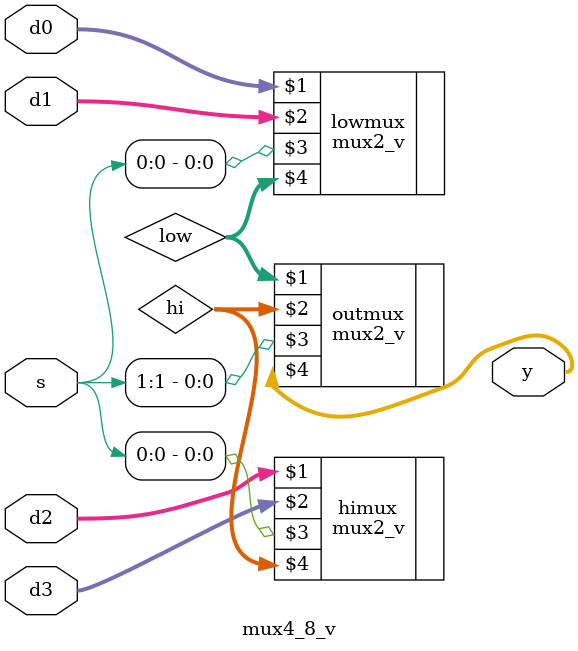
<source format=v>
module mux4_8_v 
(
input [7:0] d0,
input [7:0] d1, 
input [7:0] d2,
input [7:0] d3,
input [1:0] s,
output [7:0] y
);

wire [7:0] low, hi;

mux2_v lowmux (d0, d1, s[0], low);
mux2_v himux (d2, d3, s[0], hi);
mux2_v outmux (low, hi, s[1], y);


endmodule
</source>
